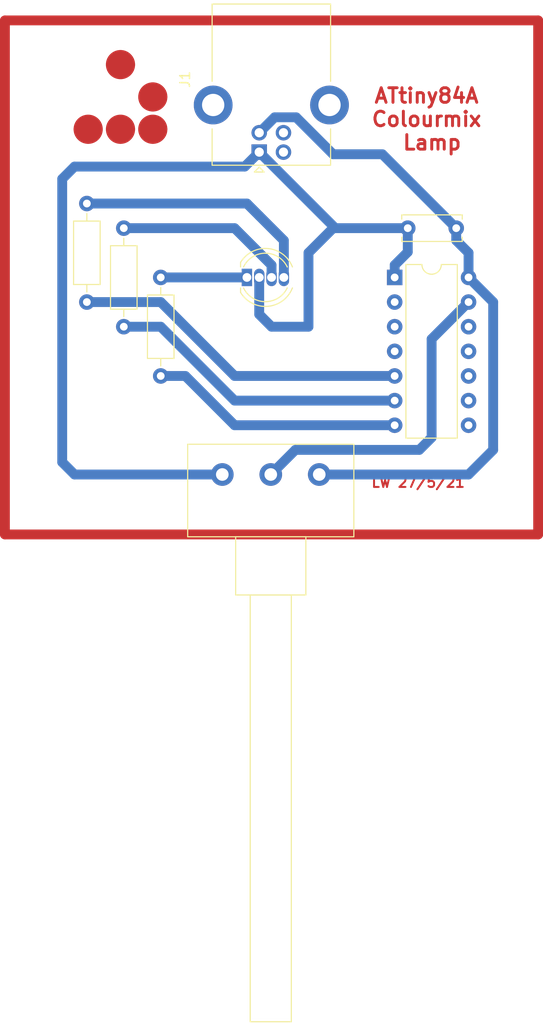
<source format=kicad_pcb>
(kicad_pcb (version 20171130) (host pcbnew "(5.1.9-0-10_14)")

  (general
    (thickness 1.6)
    (drawings 2)
    (tracks 57)
    (zones 0)
    (modules 13)
    (nets 21)
  )

  (page A4)
  (layers
    (0 F.Cu signal)
    (31 B.Cu signal)
    (32 B.Adhes user)
    (33 F.Adhes user)
    (34 B.Paste user)
    (35 F.Paste user)
    (36 B.SilkS user)
    (37 F.SilkS user)
    (38 B.Mask user)
    (39 F.Mask user)
    (40 Dwgs.User user)
    (41 Cmts.User user)
    (42 Eco1.User user)
    (43 Eco2.User user)
    (44 Edge.Cuts user)
    (45 Margin user)
    (46 B.CrtYd user)
    (47 F.CrtYd user)
    (48 B.Fab user)
    (49 F.Fab user)
  )

  (setup
    (last_trace_width 1.016)
    (user_trace_width 0.2032)
    (user_trace_width 0.254)
    (user_trace_width 0.3048)
    (user_trace_width 0.4572)
    (user_trace_width 0.6096)
    (user_trace_width 0.762)
    (user_trace_width 1.016)
    (trace_clearance 0.2)
    (zone_clearance 0.508)
    (zone_45_only no)
    (trace_min 0.2)
    (via_size 0.8)
    (via_drill 0.4)
    (via_min_size 0.4)
    (via_min_drill 0.3)
    (uvia_size 0.3)
    (uvia_drill 0.1)
    (uvias_allowed no)
    (uvia_min_size 0.2)
    (uvia_min_drill 0.1)
    (edge_width 0.05)
    (segment_width 0.2)
    (pcb_text_width 0.3)
    (pcb_text_size 1.5 1.5)
    (mod_edge_width 0.12)
    (mod_text_size 1 1)
    (mod_text_width 0.15)
    (pad_size 1.524 1.524)
    (pad_drill 0.762)
    (pad_to_mask_clearance 0)
    (aux_axis_origin 0 0)
    (visible_elements FFFFFF7F)
    (pcbplotparams
      (layerselection 0x00000_ffffffff)
      (usegerberextensions false)
      (usegerberattributes false)
      (usegerberadvancedattributes true)
      (creategerberjobfile false)
      (excludeedgelayer true)
      (linewidth 0.100000)
      (plotframeref false)
      (viasonmask false)
      (mode 1)
      (useauxorigin false)
      (hpglpennumber 1)
      (hpglpenspeed 20)
      (hpglpendiameter 15.000000)
      (psnegative false)
      (psa4output false)
      (plotreference true)
      (plotvalue true)
      (plotinvisibletext false)
      (padsonsilk false)
      (subtractmaskfromsilk false)
      (outputformat 1)
      (mirror false)
      (drillshape 0)
      (scaleselection 1)
      (outputdirectory "./"))
  )

  (net 0 "")
  (net 1 "Net-(D1-Pad1)")
  (net 2 "Net-(D1-Pad3)")
  (net 3 "Net-(D1-Pad4)")
  (net 4 "Net-(IC1-Pad8)")
  (net 5 "Net-(IC1-Pad2)")
  (net 6 "Net-(IC1-Pad9)")
  (net 7 "Net-(IC1-Pad3)")
  (net 8 "Net-(IC1-Pad10)")
  (net 9 "Net-(IC1-Pad4)")
  (net 10 "Net-(IC1-Pad11)")
  (net 11 "Net-(IC1-Pad5)")
  (net 12 "Net-(IC1-Pad12)")
  (net 13 "Net-(IC1-Pad6)")
  (net 14 "Net-(IC1-Pad13)")
  (net 15 "Net-(IC1-Pad7)")
  (net 16 "Net-(J1-Pad2)")
  (net 17 "Net-(J1-Pad3)")
  (net 18 GND)
  (net 19 +5V)
  (net 20 "Net-(J1-Pad5)")

  (net_class Default "This is the default net class."
    (clearance 0.2)
    (trace_width 0.25)
    (via_dia 0.8)
    (via_drill 0.4)
    (uvia_dia 0.3)
    (uvia_drill 0.1)
    (add_net +5V)
    (add_net GND)
    (add_net "Net-(D1-Pad1)")
    (add_net "Net-(D1-Pad3)")
    (add_net "Net-(D1-Pad4)")
    (add_net "Net-(IC1-Pad10)")
    (add_net "Net-(IC1-Pad11)")
    (add_net "Net-(IC1-Pad12)")
    (add_net "Net-(IC1-Pad13)")
    (add_net "Net-(IC1-Pad2)")
    (add_net "Net-(IC1-Pad3)")
    (add_net "Net-(IC1-Pad4)")
    (add_net "Net-(IC1-Pad5)")
    (add_net "Net-(IC1-Pad6)")
    (add_net "Net-(IC1-Pad7)")
    (add_net "Net-(IC1-Pad8)")
    (add_net "Net-(IC1-Pad9)")
    (add_net "Net-(J1-Pad2)")
    (add_net "Net-(J1-Pad3)")
    (add_net "Net-(J1-Pad5)")
  )

  (module MountingHole:MountingHole_2.7mm_M2.5 (layer F.Cu) (tedit 56D1B4CB) (tstamp 60B0CF78)
    (at 116.84 86.36)
    (descr "Mounting Hole 2.7mm, no annular, M2.5")
    (tags "mounting hole 2.7mm no annular m2.5")
    (attr virtual)
    (fp_text reference REF** (at 0 -3.7) (layer F.SilkS) hide
      (effects (font (size 1 1) (thickness 0.15)))
    )
    (fp_text value MountingHole_2.7mm_M2.5 (at 0 3.7) (layer F.Fab) hide
      (effects (font (size 1 1) (thickness 0.15)))
    )
    (fp_circle (center 0 0) (end 2.7 0) (layer Cmts.User) (width 0.15))
    (fp_circle (center 0 0) (end 2.95 0) (layer F.CrtYd) (width 0.05))
    (fp_text user %R (at 0.3 0) (layer F.Fab)
      (effects (font (size 1 1) (thickness 0.15)))
    )
    (pad 1 np_thru_hole circle (at 0 0) (size 2.7 2.7) (drill 2.7) (layers *.Cu *.Mask))
  )

  (module MountingHole:MountingHole_2.7mm_M2.5 (layer F.Cu) (tedit 56D1B4CB) (tstamp 60B0CF3D)
    (at 162.56 86.36)
    (descr "Mounting Hole 2.7mm, no annular, M2.5")
    (tags "mounting hole 2.7mm no annular m2.5")
    (attr virtual)
    (fp_text reference REF** (at 0 -3.7) (layer F.SilkS) hide
      (effects (font (size 1 1) (thickness 0.15)))
    )
    (fp_text value MountingHole_2.7mm_M2.5 (at 0 3.7) (layer F.Fab) hide
      (effects (font (size 1 1) (thickness 0.15)))
    )
    (fp_circle (center 0 0) (end 2.7 0) (layer Cmts.User) (width 0.15))
    (fp_circle (center 0 0) (end 2.95 0) (layer F.CrtYd) (width 0.05))
    (fp_text user %R (at 0.3 0) (layer F.Fab)
      (effects (font (size 1 1) (thickness 0.15)))
    )
    (pad 1 np_thru_hole circle (at 0 0) (size 2.7 2.7) (drill 2.7) (layers *.Cu *.Mask))
  )

  (module MountingHole:MountingHole_2.7mm_M2.5 (layer F.Cu) (tedit 56D1B4CB) (tstamp 60B0CEFB)
    (at 162.56 40.64)
    (descr "Mounting Hole 2.7mm, no annular, M2.5")
    (tags "mounting hole 2.7mm no annular m2.5")
    (attr virtual)
    (fp_text reference REF** (at 0 -3.7) (layer F.SilkS) hide
      (effects (font (size 1 1) (thickness 0.15)))
    )
    (fp_text value MountingHole_2.7mm_M2.5 (at 0 3.7) (layer F.Fab) hide
      (effects (font (size 1 1) (thickness 0.15)))
    )
    (fp_circle (center 0 0) (end 2.7 0) (layer Cmts.User) (width 0.15))
    (fp_circle (center 0 0) (end 2.95 0) (layer F.CrtYd) (width 0.05))
    (fp_text user %R (at 0.3 0) (layer F.Fab)
      (effects (font (size 1 1) (thickness 0.15)))
    )
    (pad 1 np_thru_hole circle (at 0 0) (size 2.7 2.7) (drill 2.7) (layers *.Cu *.Mask))
  )

  (module MountingHole:MountingHole_2.7mm_M2.5 (layer F.Cu) (tedit 56D1B4CB) (tstamp 60B0CEC0)
    (at 116.84 40.64)
    (descr "Mounting Hole 2.7mm, no annular, M2.5")
    (tags "mounting hole 2.7mm no annular m2.5")
    (attr virtual)
    (fp_text reference REF** (at 0 -3.7) (layer F.SilkS) hide
      (effects (font (size 1 1) (thickness 0.15)))
    )
    (fp_text value MountingHole_2.7mm_M2.5 (at 0 3.7) (layer F.Fab) hide
      (effects (font (size 1 1) (thickness 0.15)))
    )
    (fp_circle (center 0 0) (end 2.7 0) (layer Cmts.User) (width 0.15))
    (fp_circle (center 0 0) (end 2.95 0) (layer F.CrtYd) (width 0.05))
    (fp_text user %R (at 0.3 0) (layer F.Fab)
      (effects (font (size 1 1) (thickness 0.15)))
    )
    (pad 1 np_thru_hole circle (at 0 0) (size 2.7 2.7) (drill 2.7) (layers *.Cu *.Mask))
  )

  (module glider:10mmGlider (layer F.Cu) (tedit 60AFBD61) (tstamp 60B053E1)
    (at 124.12 44.89)
    (fp_text reference G*** (at 0 0) (layer F.SilkS) hide
      (effects (font (size 1.524 1.524) (thickness 0.3)))
    )
    (fp_text value LOGO (at 0.75 0) (layer F.SilkS) hide
      (effects (font (size 1.524 1.524) (thickness 0.3)))
    )
    (fp_poly (pts (xy -3.261319 1.834809) (xy -3.191201 1.839844) (xy -3.121252 1.848161) (xy -3.051587 1.859767)
      (xy -2.982323 1.87467) (xy -2.913576 1.892877) (xy -2.89814 1.897445) (xy -2.830782 1.919524)
      (xy -2.764804 1.944693) (xy -2.700227 1.97294) (xy -2.637071 2.004254) (xy -2.57536 2.038623)
      (xy -2.515113 2.076034) (xy -2.456352 2.116475) (xy -2.399099 2.159936) (xy -2.343376 2.206403)
      (xy -2.337769 2.211319) (xy -2.32752 2.220589) (xy -2.315482 2.231875) (xy -2.302114 2.244717)
      (xy -2.287878 2.258653) (xy -2.273231 2.273221) (xy -2.258635 2.287959) (xy -2.244549 2.302404)
      (xy -2.231433 2.316096) (xy -2.219746 2.328572) (xy -2.209949 2.339371) (xy -2.207275 2.342412)
      (xy -2.16072 2.398332) (xy -2.117243 2.45566) (xy -2.076828 2.514421) (xy -2.039461 2.57464)
      (xy -2.005129 2.636341) (xy -1.973816 2.699551) (xy -1.945509 2.764293) (xy -1.920192 2.830592)
      (xy -1.910831 2.857761) (xy -1.892467 2.916697) (xy -1.876666 2.976018) (xy -1.86334 3.03617)
      (xy -1.852401 3.097598) (xy -1.84376 3.160748) (xy -1.83733 3.226065) (xy -1.836949 3.23088)
      (xy -1.83635 3.240795) (xy -1.83585 3.253551) (xy -1.835449 3.26863) (xy -1.835147 3.285516)
      (xy -1.834944 3.303693) (xy -1.834841 3.322645) (xy -1.834836 3.341855) (xy -1.834931 3.360807)
      (xy -1.835125 3.378984) (xy -1.835419 3.395871) (xy -1.835812 3.41095) (xy -1.836305 3.423705)
      (xy -1.836897 3.433621) (xy -1.836933 3.43408) (xy -1.842134 3.489865) (xy -1.8487 3.543118)
      (xy -1.856739 3.594454) (xy -1.866362 3.644486) (xy -1.877678 3.693829) (xy -1.890795 3.743095)
      (xy -1.893973 3.75412) (xy -1.915458 3.821652) (xy -1.940039 3.887882) (xy -1.967651 3.952714)
      (xy -1.998227 4.016055) (xy -2.031701 4.07781) (xy -2.068005 4.137884) (xy -2.107074 4.196185)
      (xy -2.148842 4.252617) (xy -2.19324 4.307086) (xy -2.240204 4.359498) (xy -2.289666 4.409759)
      (xy -2.34156 4.457774) (xy -2.395819 4.50345) (xy -2.452377 4.546691) (xy -2.454366 4.548137)
      (xy -2.512529 4.588251) (xy -2.572439 4.625497) (xy -2.633971 4.659828) (xy -2.696998 4.691197)
      (xy -2.761395 4.719556) (xy -2.827037 4.744859) (xy -2.893796 4.767059) (xy -2.961549 4.786108)
      (xy -3.030169 4.801959) (xy -3.09953 4.814566) (xy -3.169507 4.823881) (xy -3.198707 4.82677)
      (xy -3.232627 4.829323) (xy -3.268447 4.831166) (xy -3.305152 4.83228) (xy -3.341725 4.832644)
      (xy -3.377149 4.83224) (xy -3.410409 4.831048) (xy -3.41376 4.830875) (xy -3.484092 4.82545)
      (xy -3.55397 4.816719) (xy -3.623264 4.804731) (xy -3.691845 4.789534) (xy -3.759581 4.771176)
      (xy -3.826344 4.749705) (xy -3.892001 4.725171) (xy -3.956425 4.697621) (xy -4.019483 4.667105)
      (xy -4.081047 4.633669) (xy -4.140986 4.597362) (xy -4.199169 4.558234) (xy -4.251113 4.519725)
      (xy -4.274238 4.50148) (xy -4.295839 4.483779) (xy -4.31655 4.46606) (xy -4.337006 4.447759)
      (xy -4.357838 4.428313) (xy -4.379682 4.40716) (xy -4.395964 4.390984) (xy -4.419099 4.367467)
      (xy -4.440127 4.34535) (xy -4.459627 4.323968) (xy -4.478177 4.302657) (xy -4.496354 4.280752)
      (xy -4.514737 4.257587) (xy -4.533904 4.232499) (xy -4.534871 4.231212) (xy -4.575963 4.17368)
      (xy -4.614129 4.114502) (xy -4.64934 4.053786) (xy -4.681569 3.991639) (xy -4.710785 3.928168)
      (xy -4.736961 3.86348) (xy -4.760068 3.797683) (xy -4.780078 3.730884) (xy -4.796962 3.66319)
      (xy -4.810692 3.594708) (xy -4.821238 3.525547) (xy -4.828573 3.455812) (xy -4.832668 3.385612)
      (xy -4.833495 3.315054) (xy -4.831024 3.244245) (xy -4.825228 3.173292) (xy -4.822548 3.1496)
      (xy -4.81245 3.080176) (xy -4.799047 3.01132) (xy -4.782396 2.94317) (xy -4.762553 2.875863)
      (xy -4.739572 2.809537) (xy -4.713508 2.744328) (xy -4.684419 2.680375) (xy -4.652358 2.617815)
      (xy -4.617381 2.556785) (xy -4.579544 2.497423) (xy -4.538902 2.439866) (xy -4.533378 2.432473)
      (xy -4.489072 2.376351) (xy -4.442377 2.322595) (xy -4.393364 2.271268) (xy -4.342104 2.222427)
      (xy -4.288668 2.176134) (xy -4.233129 2.132448) (xy -4.175557 2.09143) (xy -4.116024 2.05314)
      (xy -4.054601 2.017636) (xy -4.01574 1.997122) (xy -4.00288 1.990631) (xy -3.989521 1.983995)
      (xy -3.976383 1.977562) (xy -3.964186 1.971684) (xy -3.953648 1.96671) (xy -3.946375 1.963383)
      (xy -3.880923 1.935995) (xy -3.814484 1.911818) (xy -3.747173 1.890856) (xy -3.679108 1.873119)
      (xy -3.610402 1.858614) (xy -3.541172 1.847346) (xy -3.471533 1.839325) (xy -3.4016 1.834557)
      (xy -3.331491 1.833049) (xy -3.261319 1.834809)) (layer F.Cu) (width 0.01))
    (fp_poly (pts (xy 0.089734 1.835731) (xy 0.160511 1.841566) (xy 0.18288 1.844105) (xy 0.25249 1.854228)
      (xy 0.3215 1.867667) (xy 0.389814 1.884386) (xy 0.457338 1.904352) (xy 0.523976 1.927531)
      (xy 0.589632 1.953889) (xy 0.654212 1.983393) (xy 0.717622 2.016008) (xy 0.779764 2.0517)
      (xy 0.7997 2.063975) (xy 0.85493 2.100461) (xy 0.908979 2.139966) (xy 0.961617 2.182258)
      (xy 1.01261 2.227105) (xy 1.061726 2.274276) (xy 1.108735 2.323537) (xy 1.153403 2.374659)
      (xy 1.1955 2.427407) (xy 1.234792 2.481551) (xy 1.268505 2.53278) (xy 1.3014 2.587861)
      (xy 1.332179 2.644552) (xy 1.360522 2.702215) (xy 1.386112 2.76021) (xy 1.40258 2.80162)
      (xy 1.425974 2.868083) (xy 1.446154 2.9355) (xy 1.463111 3.003735) (xy 1.476839 3.072653)
      (xy 1.487328 3.142119) (xy 1.494571 3.211997) (xy 1.49856 3.282153) (xy 1.499288 3.352449)
      (xy 1.496746 3.422753) (xy 1.490927 3.492927) (xy 1.481823 3.562837) (xy 1.469426 3.632347)
      (xy 1.454503 3.69824) (xy 1.435568 3.767005) (xy 1.413559 3.834358) (xy 1.388473 3.900303)
      (xy 1.360306 3.964846) (xy 1.329058 4.02799) (xy 1.294725 4.089741) (xy 1.257305 4.150104)
      (xy 1.216794 4.209083) (xy 1.173191 4.266684) (xy 1.126493 4.322911) (xy 1.121172 4.329007)
      (xy 1.114199 4.336731) (xy 1.105194 4.346359) (xy 1.094583 4.357463) (xy 1.08279 4.369616)
      (xy 1.070242 4.382388) (xy 1.057362 4.395354) (xy 1.044577 4.408084) (xy 1.032311 4.420152)
      (xy 1.020989 4.43113) (xy 1.011038 4.44059) (xy 1.002881 4.448105) (xy 1.001929 4.448957)
      (xy 0.946972 4.495731) (xy 0.890301 4.539623) (xy 0.831991 4.5806) (xy 0.772114 4.618628)
      (xy 0.710744 4.653672) (xy 0.647955 4.685699) (xy 0.583818 4.714676) (xy 0.518409 4.740568)
      (xy 0.4518 4.763342) (xy 0.384064 4.782964) (xy 0.315276 4.7994) (xy 0.245508 4.812616)
      (xy 0.196427 4.819895) (xy 0.152577 4.824929) (xy 0.107122 4.828756) (xy 0.060968 4.83134)
      (xy 0.015025 4.832645) (xy -0.029802 4.832635) (xy -0.072604 4.831273) (xy -0.079587 4.830906)
      (xy -0.1514 4.825239) (xy -0.222385 4.816314) (xy -0.292462 4.804168) (xy -0.361551 4.788837)
      (xy -0.429571 4.770355) (xy -0.496442 4.74876) (xy -0.562083 4.724087) (xy -0.626415 4.696372)
      (xy -0.689357 4.66565) (xy -0.750828 4.631957) (xy -0.810749 4.59533) (xy -0.869039 4.555805)
      (xy -0.925618 4.513416) (xy -0.980405 4.4682) (xy -1.033321 4.420193) (xy -1.06172 4.39249)
      (xy -1.110873 4.340923) (xy -1.157335 4.287346) (xy -1.201059 4.231857) (xy -1.242 4.174552)
      (xy -1.280112 4.115529) (xy -1.31535 4.054885) (xy -1.347668 3.992719) (xy -1.37702 3.929128)
      (xy -1.403362 3.864208) (xy -1.426646 3.798058) (xy -1.446829 3.730775) (xy -1.463863 3.662457)
      (xy -1.477704 3.5932) (xy -1.488306 3.523103) (xy -1.494294 3.467947) (xy -1.49812 3.412973)
      (xy -1.49992 3.356359) (xy -1.499704 3.299099) (xy -1.497483 3.242185) (xy -1.493268 3.186611)
      (xy -1.490916 3.163993) (xy -1.481283 3.093612) (xy -1.468368 3.023983) (xy -1.452216 2.95521)
      (xy -1.432869 2.887394) (xy -1.410368 2.820638) (xy -1.384758 2.755043) (xy -1.35608 2.690713)
      (xy -1.324378 2.627748) (xy -1.289694 2.566252) (xy -1.25207 2.506326) (xy -1.21155 2.448073)
      (xy -1.168176 2.391595) (xy -1.168114 2.391518) (xy -1.133816 2.350689) (xy -1.096858 2.309878)
      (xy -1.057903 2.269755) (xy -1.017615 2.230987) (xy -0.976657 2.194244) (xy -0.950402 2.172103)
      (xy -0.894897 2.128657) (xy -0.83761 2.088053) (xy -0.778652 2.050321) (xy -0.718132 2.015493)
      (xy -0.656161 1.983602) (xy -0.59285 1.954679) (xy -0.528308 1.928756) (xy -0.462646 1.905866)
      (xy -0.395974 1.886039) (xy -0.328403 1.869309) (xy -0.260042 1.855706) (xy -0.191003 1.845264)
      (xy -0.121396 1.838013) (xy -0.05133 1.833986) (xy 0.019083 1.833214) (xy 0.089734 1.835731)) (layer F.Cu) (width 0.01))
    (fp_poly (pts (xy 3.401212 1.834595) (xy 3.470541 1.839348) (xy 3.539623 1.8473) (xy 3.608342 1.858448)
      (xy 3.676579 1.87279) (xy 3.744217 1.890325) (xy 3.811139 1.911052) (xy 3.877226 1.934967)
      (xy 3.942361 1.962069) (xy 3.988647 1.983575) (xy 4.051318 2.015878) (xy 4.112219 2.051024)
      (xy 4.171264 2.088923) (xy 4.22837 2.129482) (xy 4.28345 2.172607) (xy 4.336421 2.218205)
      (xy 4.387196 2.266185) (xy 4.435692 2.316454) (xy 4.481824 2.368918) (xy 4.525506 2.423485)
      (xy 4.566653 2.480063) (xy 4.605181 2.538558) (xy 4.641005 2.598878) (xy 4.674039 2.66093)
      (xy 4.7042 2.724621) (xy 4.731401 2.78986) (xy 4.734633 2.798233) (xy 4.758169 2.864478)
      (xy 4.77848 2.93162) (xy 4.795567 2.999529) (xy 4.809431 3.068074) (xy 4.820072 3.137124)
      (xy 4.827492 3.206548) (xy 4.831693 3.276215) (xy 4.832674 3.345993) (xy 4.830438 3.415753)
      (xy 4.824986 3.485362) (xy 4.816318 3.55469) (xy 4.804436 3.623606) (xy 4.78934 3.691978)
      (xy 4.771033 3.759677) (xy 4.749515 3.82657) (xy 4.725288 3.89128) (xy 4.717515 3.910426)
      (xy 4.710337 3.927575) (xy 4.703372 3.943565) (xy 4.696238 3.959235) (xy 4.688555 3.975424)
      (xy 4.679941 3.992973) (xy 4.671059 4.01066) (xy 4.637599 4.073032) (xy 4.601258 4.133681)
      (xy 4.562127 4.192499) (xy 4.520296 4.249379) (xy 4.475856 4.304212) (xy 4.428897 4.35689)
      (xy 4.37951 4.407305) (xy 4.327784 4.455349) (xy 4.273811 4.500914) (xy 4.235873 4.530426)
      (xy 4.195153 4.560179) (xy 4.155264 4.587487) (xy 4.115386 4.612864) (xy 4.074697 4.636821)
      (xy 4.032377 4.659871) (xy 4.01066 4.671059) (xy 3.970437 4.690791) (xy 3.931545 4.70854)
      (xy 3.892945 4.724744) (xy 3.853602 4.739841) (xy 3.821007 4.751379) (xy 3.756632 4.771895)
      (xy 3.69239 4.789326) (xy 3.627858 4.803753) (xy 3.562614 4.815258) (xy 3.496235 4.823922)
      (xy 3.4283 4.829826) (xy 3.407833 4.831057) (xy 3.39448 4.831621) (xy 3.378474 4.832038)
      (xy 3.360544 4.832309) (xy 3.341422 4.832434) (xy 3.321836 4.832414) (xy 3.302517 4.832251)
      (xy 3.284196 4.831944) (xy 3.267601 4.831495) (xy 3.253464 4.830905) (xy 3.252893 4.830875)
      (xy 3.182456 4.825441) (xy 3.112495 4.816696) (xy 3.043137 4.804687) (xy 2.974505 4.789462)
      (xy 2.906724 4.771069) (xy 2.839919 4.749554) (xy 2.774215 4.724965) (xy 2.709737 4.697351)
      (xy 2.646609 4.666757) (xy 2.584956 4.633233) (xy 2.524903 4.596825) (xy 2.466575 4.557581)
      (xy 2.410096 4.515548) (xy 2.396406 4.504711) (xy 2.341881 4.458885) (xy 2.289892 4.410869)
      (xy 2.24048 4.360761) (xy 2.193684 4.308662) (xy 2.149545 4.25467) (xy 2.108104 4.198883)
      (xy 2.069401 4.141403) (xy 2.033476 4.082326) (xy 2.00037 4.021754) (xy 1.970123 3.959784)
      (xy 1.942776 3.896515) (xy 1.918369 3.832048) (xy 1.896942 3.766481) (xy 1.878536 3.699914)
      (xy 1.863192 3.632444) (xy 1.850949 3.564173) (xy 1.841848 3.495198) (xy 1.835929 3.425618)
      (xy 1.833234 3.355534) (xy 1.833801 3.285044) (xy 1.837672 3.214247) (xy 1.844105 3.1496)
      (xy 1.854253 3.079774) (xy 1.867706 3.010633) (xy 1.88444 2.942245) (xy 1.904428 2.874684)
      (xy 1.927647 2.808018) (xy 1.95407 2.742318) (xy 1.983673 2.677656) (xy 2.01643 2.614102)
      (xy 2.052317 2.551727) (xy 2.063986 2.53278) (xy 2.100175 2.47796) (xy 2.139397 2.424255)
      (xy 2.18141 2.371904) (xy 2.225975 2.321147) (xy 2.272852 2.272225) (xy 2.3218 2.225377)
      (xy 2.372579 2.180844) (xy 2.424949 2.138866) (xy 2.478671 2.099682) (xy 2.53278 2.063986)
      (xy 2.563531 2.045293) (xy 2.595858 2.026656) (xy 2.628919 2.008525) (xy 2.661871 1.991353)
      (xy 2.693873 1.975593) (xy 2.720279 1.963383) (xy 2.785597 1.93605) (xy 2.851846 1.911934)
      (xy 2.918907 1.891033) (xy 2.986664 1.873346) (xy 3.054998 1.858869) (xy 3.123791 1.847603)
      (xy 3.192928 1.839544) (xy 3.262288 1.834691) (xy 3.331756 1.833042) (xy 3.401212 1.834595)) (layer F.Cu) (width 0.01))
    (fp_poly (pts (xy 3.410048 -1.498356) (xy 3.467947 -1.494294) (xy 3.538726 -1.486246) (xy 3.608659 -1.474943)
      (xy 3.67766 -1.460431) (xy 3.745642 -1.442755) (xy 3.81252 -1.42196) (xy 3.878207 -1.398092)
      (xy 3.942616 -1.371197) (xy 4.005662 -1.34132) (xy 4.067259 -1.308505) (xy 4.12732 -1.2728)
      (xy 4.185759 -1.234248) (xy 4.24249 -1.192897) (xy 4.297427 -1.14879) (xy 4.350483 -1.101974)
      (xy 4.401573 -1.052493) (xy 4.45061 -1.000394) (xy 4.489159 -0.955834) (xy 4.532595 -0.90104)
      (xy 4.573288 -0.844322) (xy 4.611196 -0.785802) (xy 4.646272 -0.725603) (xy 4.678475 -0.663847)
      (xy 4.707759 -0.600657) (xy 4.73408 -0.536156) (xy 4.757395 -0.470465) (xy 4.777658 -0.403708)
      (xy 4.794827 -0.336007) (xy 4.808857 -0.267485) (xy 4.819703 -0.198265) (xy 4.827322 -0.128468)
      (xy 4.83167 -0.058217) (xy 4.832763 -0.000847) (xy 4.831079 0.070549) (xy 4.826071 0.141467)
      (xy 4.817769 0.211811) (xy 4.806203 0.28148) (xy 4.791402 0.350379) (xy 4.773396 0.418407)
      (xy 4.752215 0.485468) (xy 4.727888 0.551463) (xy 4.700445 0.616294) (xy 4.669916 0.679863)
      (xy 4.63633 0.742071) (xy 4.599716 0.802821) (xy 4.58195 0.830122) (xy 4.545742 0.882136)
      (xy 4.507574 0.932347) (xy 4.466857 0.981519) (xy 4.448957 1.001929) (xy 4.441741 1.009808)
      (xy 4.432522 1.019539) (xy 4.421726 1.030699) (xy 4.409782 1.042861) (xy 4.397116 1.0556)
      (xy 4.384158 1.068492) (xy 4.371334 1.081111) (xy 4.359071 1.093032) (xy 4.347799 1.103829)
      (xy 4.337944 1.113079) (xy 4.329934 1.120355) (xy 4.329007 1.121172) (xy 4.27293 1.168211)
      (xy 4.215481 1.212153) (xy 4.156653 1.253004) (xy 4.096443 1.290764) (xy 4.034845 1.325436)
      (xy 3.971854 1.357023) (xy 3.907465 1.385528) (xy 3.841674 1.410952) (xy 3.774477 1.4333)
      (xy 3.705867 1.452572) (xy 3.69824 1.454503) (xy 3.643166 1.467255) (xy 3.588568 1.477754)
      (xy 3.533728 1.486099) (xy 3.477926 1.492391) (xy 3.420443 1.49673) (xy 3.381099 1.498577)
      (xy 3.367038 1.499082) (xy 3.355481 1.499469) (xy 3.345738 1.499737) (xy 3.337121 1.499885)
      (xy 3.32894 1.499914) (xy 3.320508 1.499824) (xy 3.311134 1.499613) (xy 3.30013 1.499281)
      (xy 3.286808 1.498829) (xy 3.278293 1.498531) (xy 3.207418 1.494355) (xy 3.137064 1.486847)
      (xy 3.067312 1.47603) (xy 2.998243 1.46193) (xy 2.929936 1.444572) (xy 2.862473 1.423979)
      (xy 2.795932 1.400177) (xy 2.730396 1.373192) (xy 2.665944 1.343046) (xy 2.602656 1.309766)
      (xy 2.540613 1.273377) (xy 2.53278 1.268505) (xy 2.477802 1.232197) (xy 2.423911 1.192849)
      (xy 2.371373 1.150703) (xy 2.320453 1.106004) (xy 2.271415 1.058996) (xy 2.224524 1.009923)
      (xy 2.180045 0.959028) (xy 2.138244 0.906556) (xy 2.134573 0.9017) (xy 2.093483 0.844319)
      (xy 2.055062 0.78498) (xy 2.019432 0.723901) (xy 1.986713 0.661302) (xy 1.957025 0.5974)
      (xy 1.930489 0.532413) (xy 1.929782 0.530552) (xy 1.906393 0.464112) (xy 1.886229 0.396756)
      (xy 1.869295 0.328613) (xy 1.855596 0.259812) (xy 1.845135 0.190483) (xy 1.837917 0.120754)
      (xy 1.833946 0.050756) (xy 1.833227 -0.019383) (xy 1.835763 -0.089534) (xy 1.84156 -0.159567)
      (xy 1.850621 -0.229353) (xy 1.862951 -0.298762) (xy 1.878554 -0.367666) (xy 1.897435 -0.435936)
      (xy 1.897464 -0.436033) (xy 1.919631 -0.503579) (xy 1.944862 -0.569684) (xy 1.973152 -0.63434)
      (xy 2.004495 -0.697536) (xy 2.038885 -0.759262) (xy 2.076318 -0.819508) (xy 2.116787 -0.878264)
      (xy 2.160287 -0.93552) (xy 2.206812 -0.991266) (xy 2.211319 -0.996405) (xy 2.220589 -1.006654)
      (xy 2.231875 -1.018692) (xy 2.244717 -1.032059) (xy 2.258653 -1.046296) (xy 2.273221 -1.060942)
      (xy 2.287959 -1.075538) (xy 2.302404 -1.089624) (xy 2.316096 -1.102741) (xy 2.328572 -1.114428)
      (xy 2.339371 -1.124225) (xy 2.342412 -1.126899) (xy 2.398394 -1.173489) (xy 2.455865 -1.217042)
      (xy 2.514817 -1.257553) (xy 2.575241 -1.295018) (xy 2.637131 -1.329433) (xy 2.700478 -1.360793)
      (xy 2.765273 -1.389094) (xy 2.83151 -1.414332) (xy 2.899179 -1.436502) (xy 2.923801 -1.443707)
      (xy 2.991329 -1.461109) (xy 3.05989 -1.47535) (xy 3.129252 -1.486406) (xy 3.199182 -1.494256)
      (xy 3.269447 -1.498879) (xy 3.339813 -1.500253) (xy 3.410048 -1.498356)) (layer F.Cu) (width 0.01))
    (fp_poly (pts (xy 0.089981 -4.830912) (xy 0.160802 -4.825056) (xy 0.18288 -4.822548) (xy 0.25224 -4.812456)
      (xy 0.321097 -4.799046) (xy 0.389314 -4.782367) (xy 0.456752 -4.762468) (xy 0.523273 -4.739398)
      (xy 0.58874 -4.713206) (xy 0.653013 -4.68394) (xy 0.715956 -4.651651) (xy 0.777429 -4.616386)
      (xy 0.795471 -4.605292) (xy 0.853433 -4.567109) (xy 0.909734 -4.52605) (xy 0.964215 -4.482272)
      (xy 1.016719 -4.435931) (xy 1.067089 -4.387187) (xy 1.115167 -4.336195) (xy 1.160796 -4.283113)
      (xy 1.203818 -4.2281) (xy 1.244076 -4.171311) (xy 1.271118 -4.129644) (xy 1.300914 -4.079733)
      (xy 1.329202 -4.027927) (xy 1.355588 -3.975014) (xy 1.379681 -3.921786) (xy 1.40109 -3.869031)
      (xy 1.402876 -3.864321) (xy 1.426355 -3.797275) (xy 1.446577 -3.729404) (xy 1.463539 -3.660828)
      (xy 1.477236 -3.591665) (xy 1.487665 -3.522035) (xy 1.494821 -3.452057) (xy 1.498701 -3.381849)
      (xy 1.499301 -3.31153) (xy 1.496616 -3.241221) (xy 1.490643 -3.171039) (xy 1.481378 -3.101103)
      (xy 1.468816 -3.031534) (xy 1.452955 -2.962448) (xy 1.435057 -2.89814) (xy 1.413014 -2.831063)
      (xy 1.387839 -2.765207) (xy 1.3596 -2.70068) (xy 1.328364 -2.63759) (xy 1.294197 -2.576043)
      (xy 1.257167 -2.516147) (xy 1.217341 -2.458008) (xy 1.174785 -2.401734) (xy 1.129567 -2.347431)
      (xy 1.081752 -2.295208) (xy 1.031409 -2.245171) (xy 1.021338 -2.23571) (xy 0.968236 -2.188571)
      (xy 0.913144 -2.144129) (xy 0.85617 -2.102435) (xy 0.797424 -2.063542) (xy 0.737011 -2.027501)
      (xy 0.675042 -1.994365) (xy 0.611623 -1.964185) (xy 0.546862 -1.937014) (xy 0.480869 -1.912903)
      (xy 0.41375 -1.891906) (xy 0.345614 -1.874073) (xy 0.27657 -1.859456) (xy 0.22098 -1.850148)
      (xy 0.202283 -1.84755) (xy 0.181295 -1.844922) (xy 0.159106 -1.842387) (xy 0.136808 -1.840067)
      (xy 0.115493 -1.838083) (xy 0.104987 -1.837211) (xy 0.096313 -1.836678) (xy 0.084781 -1.836197)
      (xy 0.070919 -1.835772) (xy 0.055255 -1.83541) (xy 0.038316 -1.835114) (xy 0.020631 -1.834889)
      (xy 0.002728 -1.83474) (xy -0.014866 -1.834671) (xy -0.031622 -1.834688) (xy -0.047012 -1.834794)
      (xy -0.060508 -1.834995) (xy -0.071583 -1.835295) (xy -0.077893 -1.835583) (xy -0.146046 -1.840899)
      (xy -0.212386 -1.848836) (xy -0.277342 -1.859479) (xy -0.341341 -1.872909) (xy -0.404814 -1.88921)
      (xy -0.46819 -1.908466) (xy -0.488527 -1.915268) (xy -0.554394 -1.939565) (xy -0.619004 -1.966981)
      (xy -0.682251 -1.997449) (xy -0.744029 -2.030902) (xy -0.804229 -2.067274) (xy -0.862747 -2.106497)
      (xy -0.919474 -2.148506) (xy -0.974305 -2.193232) (xy -1.027133 -2.24061) (xy -1.060862 -2.273312)
      (xy -1.110105 -2.324921) (xy -1.156647 -2.378525) (xy -1.200444 -2.43403) (xy -1.24145 -2.49134)
      (xy -1.279622 -2.550359) (xy -1.314913 -2.610992) (xy -1.34728 -2.673143) (xy -1.376677 -2.736717)
      (xy -1.40306 -2.801618) (xy -1.426384 -2.867751) (xy -1.446605 -2.93502) (xy -1.463677 -3.003329)
      (xy -1.477556 -3.072583) (xy -1.488197 -3.142687) (xy -1.494294 -3.198707) (xy -1.49812 -3.25368)
      (xy -1.49992 -3.310294) (xy -1.499704 -3.367555) (xy -1.497483 -3.424469) (xy -1.493268 -3.480043)
      (xy -1.490916 -3.50266) (xy -1.481282 -3.573049) (xy -1.468367 -3.642683) (xy -1.452215 -3.711459)
      (xy -1.432867 -3.779277) (xy -1.410366 -3.846034) (xy -1.384755 -3.911629) (xy -1.356076 -3.975959)
      (xy -1.324372 -4.038924) (xy -1.289685 -4.100421) (xy -1.252058 -4.160348) (xy -1.211533 -4.218605)
      (xy -1.168152 -4.275088) (xy -1.168114 -4.275135) (xy -1.133997 -4.315755) (xy -1.09723 -4.356376)
      (xy -1.058478 -4.396325) (xy -1.018411 -4.434929) (xy -0.977695 -4.471515) (xy -0.950581 -4.494403)
      (xy -0.895022 -4.537893) (xy -0.837689 -4.578537) (xy -0.778692 -4.616302) (xy -0.718141 -4.651156)
      (xy -0.656144 -4.68307) (xy -0.59281 -4.712009) (xy -0.52825 -4.737944) (xy -0.462572 -4.760842)
      (xy -0.395885 -4.780672) (xy -0.328299 -4.797402) (xy -0.259924 -4.811) (xy -0.190867 -4.821435)
      (xy -0.121239 -4.828676) (xy -0.051149 -4.832689) (xy 0.019294 -4.833445) (xy 0.089981 -4.830912)) (layer F.Cu) (width 0.01))
  )

  (module Connector_USB:USB_B_Lumberg_2411_02_Horizontal (layer F.Cu) (tedit 5E6EAC30) (tstamp 60A7E993)
    (at 138.43 50.58 90)
    (descr "USB 2.0 receptacle type B, horizontal version, through-hole, https://downloads.lumberg.com/datenblaetter/en/2411_02.pdf")
    (tags "USB B receptacle horizontal through-hole")
    (path /60A1ECFE)
    (fp_text reference J1 (at 7.5 -7.65 90) (layer F.SilkS)
      (effects (font (size 1 1) (thickness 0.15)))
    )
    (fp_text value USB_B (at 7.05 10.45 90) (layer F.Fab)
      (effects (font (size 1 1) (thickness 0.15)))
    )
    (fp_line (start -1.24 7.25) (end -1.24 -4.75) (layer F.Fab) (width 0.1))
    (fp_line (start -1.24 -4.75) (end 15.16 -4.75) (layer F.Fab) (width 0.1))
    (fp_line (start 15.16 -4.75) (end 15.16 7.25) (layer F.Fab) (width 0.1))
    (fp_line (start 15.16 7.25) (end -1.24 7.25) (layer F.Fab) (width 0.1))
    (fp_line (start -1.24 0.49) (end -0.75 0) (layer F.Fab) (width 0.1))
    (fp_line (start -0.75 0) (end -1.24 -0.49) (layer F.Fab) (width 0.1))
    (fp_line (start -1.35 7.36) (end -1.35 -4.86) (layer F.SilkS) (width 0.12))
    (fp_line (start -1.35 7.36) (end 2.4 7.36) (layer F.SilkS) (width 0.12))
    (fp_line (start -1.35 -4.86) (end 2.4 -4.86) (layer F.SilkS) (width 0.12))
    (fp_line (start 15.27 7.36) (end 15.27 -4.86) (layer F.SilkS) (width 0.12))
    (fp_line (start 15.27 -4.86) (end 7.3 -4.86) (layer F.SilkS) (width 0.12))
    (fp_line (start 15.27 7.36) (end 7.3 7.36) (layer F.SilkS) (width 0.12))
    (fp_line (start -1.55 0) (end -2.05 -0.5) (layer F.SilkS) (width 0.12))
    (fp_line (start -2.05 -0.5) (end -2.05 0.5) (layer F.SilkS) (width 0.12))
    (fp_line (start -2.05 0.5) (end -1.55 0) (layer F.SilkS) (width 0.12))
    (fp_line (start -1.74 9.75) (end 15.66 9.75) (layer F.CrtYd) (width 0.05))
    (fp_line (start 15.66 9.75) (end 15.66 -7.25) (layer F.CrtYd) (width 0.05))
    (fp_line (start 15.66 -7.25) (end -1.74 -7.25) (layer F.CrtYd) (width 0.05))
    (fp_line (start -1.74 -7.25) (end -1.74 9.75) (layer F.CrtYd) (width 0.05))
    (fp_text user %R (at 7.5 1.25 270) (layer F.Fab)
      (effects (font (size 1 1) (thickness 0.15)))
    )
    (pad 5 thru_hole circle (at 4.86 -4.75 180) (size 4 4) (drill 2.3) (layers *.Cu *.Mask)
      (net 20 "Net-(J1-Pad5)"))
    (pad 5 thru_hole circle (at 4.86 7.25 180) (size 4 4) (drill 2.3) (layers *.Cu *.Mask)
      (net 20 "Net-(J1-Pad5)"))
    (pad 4 thru_hole circle (at 2 0 180) (size 1.6 1.6) (drill 0.95) (layers *.Cu *.Mask)
      (net 18 GND))
    (pad 3 thru_hole circle (at 2 2.5 180) (size 1.6 1.6) (drill 0.95) (layers *.Cu *.Mask)
      (net 17 "Net-(J1-Pad3)"))
    (pad 2 thru_hole circle (at 0 2.5 180) (size 1.6 1.6) (drill 0.95) (layers *.Cu *.Mask)
      (net 16 "Net-(J1-Pad2)"))
    (pad 1 thru_hole rect (at 0 0 180) (size 1.6 1.6) (drill 0.95) (layers *.Cu *.Mask)
      (net 19 +5V))
    (model ${KISYS3DMOD}/Connector_USB.3dshapes/USB_B_Lumberg_2411_02_Horizontal.wrl
      (at (xyz 0 0 0))
      (scale (xyz 1 1 1))
      (rotate (xyz 0 0 0))
    )
  )

  (module Capacitor_THT:C_Disc_D6.0mm_W2.5mm_P5.00mm (layer F.Cu) (tedit 5AE50EF0) (tstamp 60A7E931)
    (at 158.75 58.42 180)
    (descr "C, Disc series, Radial, pin pitch=5.00mm, , diameter*width=6*2.5mm^2, Capacitor, http://cdn-reichelt.de/documents/datenblatt/B300/DS_KERKO_TC.pdf")
    (tags "C Disc series Radial pin pitch 5.00mm  diameter 6mm width 2.5mm Capacitor")
    (path /60A1E216)
    (fp_text reference C1 (at 2.5 -2.5) (layer F.SilkS) hide
      (effects (font (size 1 1) (thickness 0.15)))
    )
    (fp_text value 100nF (at 2.5 2.5) (layer F.Fab) hide
      (effects (font (size 1 1) (thickness 0.15)))
    )
    (fp_line (start -0.5 -1.25) (end -0.5 1.25) (layer F.Fab) (width 0.1))
    (fp_line (start -0.5 1.25) (end 5.5 1.25) (layer F.Fab) (width 0.1))
    (fp_line (start 5.5 1.25) (end 5.5 -1.25) (layer F.Fab) (width 0.1))
    (fp_line (start 5.5 -1.25) (end -0.5 -1.25) (layer F.Fab) (width 0.1))
    (fp_line (start -0.62 -1.37) (end 5.62 -1.37) (layer F.SilkS) (width 0.12))
    (fp_line (start -0.62 1.37) (end 5.62 1.37) (layer F.SilkS) (width 0.12))
    (fp_line (start -0.62 -1.37) (end -0.62 -0.925) (layer F.SilkS) (width 0.12))
    (fp_line (start -0.62 0.925) (end -0.62 1.37) (layer F.SilkS) (width 0.12))
    (fp_line (start 5.62 -1.37) (end 5.62 -0.925) (layer F.SilkS) (width 0.12))
    (fp_line (start 5.62 0.925) (end 5.62 1.37) (layer F.SilkS) (width 0.12))
    (fp_line (start -1.05 -1.5) (end -1.05 1.5) (layer F.CrtYd) (width 0.05))
    (fp_line (start -1.05 1.5) (end 6.05 1.5) (layer F.CrtYd) (width 0.05))
    (fp_line (start 6.05 1.5) (end 6.05 -1.5) (layer F.CrtYd) (width 0.05))
    (fp_line (start 6.05 -1.5) (end -1.05 -1.5) (layer F.CrtYd) (width 0.05))
    (fp_text user %R (at 2.5 0) (layer F.Fab)
      (effects (font (size 1 1) (thickness 0.15)))
    )
    (pad 1 thru_hole circle (at 0 0 180) (size 1.6 1.6) (drill 0.8) (layers *.Cu *.Mask)
      (net 18 GND))
    (pad 2 thru_hole circle (at 5 0 180) (size 1.6 1.6) (drill 0.8) (layers *.Cu *.Mask)
      (net 19 +5V))
    (model ${KISYS3DMOD}/Capacitor_THT.3dshapes/C_Disc_D6.0mm_W2.5mm_P5.00mm.wrl
      (at (xyz 0 0 0))
      (scale (xyz 1 1 1))
      (rotate (xyz 0 0 0))
    )
  )

  (module LED_THT:LED_D5.0mm-4_RGB (layer F.Cu) (tedit 5B74EEBE) (tstamp 60A7E947)
    (at 137.16 63.5)
    (descr "LED, diameter 5.0mm, 2 pins, diameter 5.0mm, 3 pins, diameter 5.0mm, 4 pins, http://www.kingbright.com/attachments/file/psearch/000/00/00/L-154A4SUREQBFZGEW(Ver.9A).pdf")
    (tags "LED diameter 5.0mm 2 pins diameter 5.0mm 3 pins diameter 5.0mm 4 pins RGB RGBLED")
    (path /60A17ACB)
    (fp_text reference D1 (at 1.905 -3.96) (layer F.SilkS) hide
      (effects (font (size 1 1) (thickness 0.15)))
    )
    (fp_text value LED_RGBA (at 1.905 3.96) (layer F.Fab) hide
      (effects (font (size 1 1) (thickness 0.15)))
    )
    (fp_circle (center 1.905 0) (end 4.405 0) (layer F.Fab) (width 0.1))
    (fp_line (start -0.595 -1.469694) (end -0.595 1.469694) (layer F.Fab) (width 0.1))
    (fp_line (start -0.655 -1.545) (end -0.655 -1.08) (layer F.SilkS) (width 0.12))
    (fp_line (start -0.655 1.08) (end -0.655 1.545) (layer F.SilkS) (width 0.12))
    (fp_line (start -1.35 -3.25) (end -1.35 3.25) (layer F.CrtYd) (width 0.05))
    (fp_line (start -1.35 3.25) (end 5.15 3.25) (layer F.CrtYd) (width 0.05))
    (fp_line (start 5.15 3.25) (end 5.15 -3.25) (layer F.CrtYd) (width 0.05))
    (fp_line (start 5.15 -3.25) (end -1.35 -3.25) (layer F.CrtYd) (width 0.05))
    (fp_arc (start 1.905 0) (end -0.595 -1.469694) (angle 299.1) (layer F.Fab) (width 0.1))
    (fp_arc (start 1.905 0) (end -0.655 -1.54483) (angle 127.7) (layer F.SilkS) (width 0.12))
    (fp_arc (start 1.905 0) (end -0.655 1.54483) (angle -127.7) (layer F.SilkS) (width 0.12))
    (fp_arc (start 1.905 0) (end -0.349684 -1.08) (angle 128.8) (layer F.SilkS) (width 0.12))
    (fp_arc (start 1.905 0) (end -0.349684 1.08) (angle -128.8) (layer F.SilkS) (width 0.12))
    (fp_text user %R (at 1.905 -3.96) (layer F.Fab)
      (effects (font (size 1 1) (thickness 0.15)))
    )
    (pad 1 thru_hole rect (at 0 0) (size 1.07 1.8) (drill 0.9) (layers *.Cu *.Mask)
      (net 1 "Net-(D1-Pad1)"))
    (pad 2 thru_hole oval (at 1.27 0) (size 1.07 1.8) (drill 0.9) (layers *.Cu *.Mask)
      (net 19 +5V))
    (pad 3 thru_hole oval (at 2.54 0) (size 1.07 1.8) (drill 0.9) (layers *.Cu *.Mask)
      (net 2 "Net-(D1-Pad3)"))
    (pad 4 thru_hole oval (at 3.81 0) (size 1.07 1.8) (drill 0.9) (layers *.Cu *.Mask)
      (net 3 "Net-(D1-Pad4)"))
    (model ${KISYS3DMOD}/LED_THT.3dshapes/LED_D5.0mm-4_RGB.wrl
      (at (xyz 0 0 0))
      (scale (xyz 1 1 1))
      (rotate (xyz 0 0 0))
    )
  )

  (module Package_DIP:DIP-14_W7.62mm (layer F.Cu) (tedit 5A02E8C5) (tstamp 60A7E969)
    (at 152.4 63.5)
    (descr "14-lead though-hole mounted DIP package, row spacing 7.62 mm (300 mils)")
    (tags "THT DIP DIL PDIP 2.54mm 7.62mm 300mil")
    (path /60A18BF9)
    (fp_text reference IC1 (at 3.81 -2.33) (layer F.SilkS) hide
      (effects (font (size 1 1) (thickness 0.15)))
    )
    (fp_text value ATtiny84A-PU (at 3.81 17.57) (layer F.Fab) hide
      (effects (font (size 1 1) (thickness 0.15)))
    )
    (fp_line (start 1.635 -1.27) (end 6.985 -1.27) (layer F.Fab) (width 0.1))
    (fp_line (start 6.985 -1.27) (end 6.985 16.51) (layer F.Fab) (width 0.1))
    (fp_line (start 6.985 16.51) (end 0.635 16.51) (layer F.Fab) (width 0.1))
    (fp_line (start 0.635 16.51) (end 0.635 -0.27) (layer F.Fab) (width 0.1))
    (fp_line (start 0.635 -0.27) (end 1.635 -1.27) (layer F.Fab) (width 0.1))
    (fp_line (start 2.81 -1.33) (end 1.16 -1.33) (layer F.SilkS) (width 0.12))
    (fp_line (start 1.16 -1.33) (end 1.16 16.57) (layer F.SilkS) (width 0.12))
    (fp_line (start 1.16 16.57) (end 6.46 16.57) (layer F.SilkS) (width 0.12))
    (fp_line (start 6.46 16.57) (end 6.46 -1.33) (layer F.SilkS) (width 0.12))
    (fp_line (start 6.46 -1.33) (end 4.81 -1.33) (layer F.SilkS) (width 0.12))
    (fp_line (start -1.1 -1.55) (end -1.1 16.8) (layer F.CrtYd) (width 0.05))
    (fp_line (start -1.1 16.8) (end 8.7 16.8) (layer F.CrtYd) (width 0.05))
    (fp_line (start 8.7 16.8) (end 8.7 -1.55) (layer F.CrtYd) (width 0.05))
    (fp_line (start 8.7 -1.55) (end -1.1 -1.55) (layer F.CrtYd) (width 0.05))
    (fp_arc (start 3.81 -1.33) (end 2.81 -1.33) (angle -180) (layer F.SilkS) (width 0.12))
    (fp_text user %R (at 3.81 7.62) (layer F.Fab)
      (effects (font (size 1 1) (thickness 0.15)))
    )
    (pad 1 thru_hole rect (at 0 0) (size 1.6 1.6) (drill 0.8) (layers *.Cu *.Mask)
      (net 19 +5V))
    (pad 8 thru_hole oval (at 7.62 15.24) (size 1.6 1.6) (drill 0.8) (layers *.Cu *.Mask)
      (net 4 "Net-(IC1-Pad8)"))
    (pad 2 thru_hole oval (at 0 2.54) (size 1.6 1.6) (drill 0.8) (layers *.Cu *.Mask)
      (net 5 "Net-(IC1-Pad2)"))
    (pad 9 thru_hole oval (at 7.62 12.7) (size 1.6 1.6) (drill 0.8) (layers *.Cu *.Mask)
      (net 6 "Net-(IC1-Pad9)"))
    (pad 3 thru_hole oval (at 0 5.08) (size 1.6 1.6) (drill 0.8) (layers *.Cu *.Mask)
      (net 7 "Net-(IC1-Pad3)"))
    (pad 10 thru_hole oval (at 7.62 10.16) (size 1.6 1.6) (drill 0.8) (layers *.Cu *.Mask)
      (net 8 "Net-(IC1-Pad10)"))
    (pad 4 thru_hole oval (at 0 7.62) (size 1.6 1.6) (drill 0.8) (layers *.Cu *.Mask)
      (net 9 "Net-(IC1-Pad4)"))
    (pad 11 thru_hole oval (at 7.62 7.62) (size 1.6 1.6) (drill 0.8) (layers *.Cu *.Mask)
      (net 10 "Net-(IC1-Pad11)"))
    (pad 5 thru_hole oval (at 0 10.16) (size 1.6 1.6) (drill 0.8) (layers *.Cu *.Mask)
      (net 11 "Net-(IC1-Pad5)"))
    (pad 12 thru_hole oval (at 7.62 5.08) (size 1.6 1.6) (drill 0.8) (layers *.Cu *.Mask)
      (net 12 "Net-(IC1-Pad12)"))
    (pad 6 thru_hole oval (at 0 12.7) (size 1.6 1.6) (drill 0.8) (layers *.Cu *.Mask)
      (net 13 "Net-(IC1-Pad6)"))
    (pad 13 thru_hole oval (at 7.62 2.54) (size 1.6 1.6) (drill 0.8) (layers *.Cu *.Mask)
      (net 14 "Net-(IC1-Pad13)"))
    (pad 7 thru_hole oval (at 0 15.24) (size 1.6 1.6) (drill 0.8) (layers *.Cu *.Mask)
      (net 15 "Net-(IC1-Pad7)"))
    (pad 14 thru_hole oval (at 7.62 0) (size 1.6 1.6) (drill 0.8) (layers *.Cu *.Mask)
      (net 18 GND))
    (model ${KISYS3DMOD}/Package_DIP.3dshapes/DIP-14_W7.62mm.wrl
      (at (xyz 0 0 0))
      (scale (xyz 1 1 1))
      (rotate (xyz 0 0 0))
    )
  )

  (module Resistor_THT:R_Axial_DIN0207_L6.3mm_D2.5mm_P10.16mm_Horizontal (layer F.Cu) (tedit 5AE5139B) (tstamp 60A7E9AA)
    (at 128.27 63.5 270)
    (descr "Resistor, Axial_DIN0207 series, Axial, Horizontal, pin pitch=10.16mm, 0.25W = 1/4W, length*diameter=6.3*2.5mm^2, http://cdn-reichelt.de/documents/datenblatt/B400/1_4W%23YAG.pdf")
    (tags "Resistor Axial_DIN0207 series Axial Horizontal pin pitch 10.16mm 0.25W = 1/4W length 6.3mm diameter 2.5mm")
    (path /60A2824F)
    (fp_text reference R1 (at 5.08 -2.37 90) (layer F.SilkS) hide
      (effects (font (size 1 1) (thickness 0.15)))
    )
    (fp_text value 150R (at 5.08 2.37 90) (layer F.Fab) hide
      (effects (font (size 1 1) (thickness 0.15)))
    )
    (fp_line (start 11.21 -1.5) (end -1.05 -1.5) (layer F.CrtYd) (width 0.05))
    (fp_line (start 11.21 1.5) (end 11.21 -1.5) (layer F.CrtYd) (width 0.05))
    (fp_line (start -1.05 1.5) (end 11.21 1.5) (layer F.CrtYd) (width 0.05))
    (fp_line (start -1.05 -1.5) (end -1.05 1.5) (layer F.CrtYd) (width 0.05))
    (fp_line (start 9.12 0) (end 8.35 0) (layer F.SilkS) (width 0.12))
    (fp_line (start 1.04 0) (end 1.81 0) (layer F.SilkS) (width 0.12))
    (fp_line (start 8.35 -1.37) (end 1.81 -1.37) (layer F.SilkS) (width 0.12))
    (fp_line (start 8.35 1.37) (end 8.35 -1.37) (layer F.SilkS) (width 0.12))
    (fp_line (start 1.81 1.37) (end 8.35 1.37) (layer F.SilkS) (width 0.12))
    (fp_line (start 1.81 -1.37) (end 1.81 1.37) (layer F.SilkS) (width 0.12))
    (fp_line (start 10.16 0) (end 8.23 0) (layer F.Fab) (width 0.1))
    (fp_line (start 0 0) (end 1.93 0) (layer F.Fab) (width 0.1))
    (fp_line (start 8.23 -1.25) (end 1.93 -1.25) (layer F.Fab) (width 0.1))
    (fp_line (start 8.23 1.25) (end 8.23 -1.25) (layer F.Fab) (width 0.1))
    (fp_line (start 1.93 1.25) (end 8.23 1.25) (layer F.Fab) (width 0.1))
    (fp_line (start 1.93 -1.25) (end 1.93 1.25) (layer F.Fab) (width 0.1))
    (fp_text user %R (at 5.08 0 90) (layer F.Fab)
      (effects (font (size 1 1) (thickness 0.15)))
    )
    (pad 2 thru_hole oval (at 10.16 0 270) (size 1.6 1.6) (drill 0.8) (layers *.Cu *.Mask)
      (net 15 "Net-(IC1-Pad7)"))
    (pad 1 thru_hole circle (at 0 0 270) (size 1.6 1.6) (drill 0.8) (layers *.Cu *.Mask)
      (net 1 "Net-(D1-Pad1)"))
    (model ${KISYS3DMOD}/Resistor_THT.3dshapes/R_Axial_DIN0207_L6.3mm_D2.5mm_P10.16mm_Horizontal.wrl
      (at (xyz 0 0 0))
      (scale (xyz 1 1 1))
      (rotate (xyz 0 0 0))
    )
  )

  (module Resistor_THT:R_Axial_DIN0207_L6.3mm_D2.5mm_P10.16mm_Horizontal (layer F.Cu) (tedit 5AE5139B) (tstamp 60A7E9C1)
    (at 124.46 58.42 270)
    (descr "Resistor, Axial_DIN0207 series, Axial, Horizontal, pin pitch=10.16mm, 0.25W = 1/4W, length*diameter=6.3*2.5mm^2, http://cdn-reichelt.de/documents/datenblatt/B400/1_4W%23YAG.pdf")
    (tags "Resistor Axial_DIN0207 series Axial Horizontal pin pitch 10.16mm 0.25W = 1/4W length 6.3mm diameter 2.5mm")
    (path /60A28DFC)
    (fp_text reference R2 (at 5.08 -2.37 90) (layer F.SilkS) hide
      (effects (font (size 1 1) (thickness 0.15)))
    )
    (fp_text value 100R (at 5.08 2.37 90) (layer F.Fab) hide
      (effects (font (size 1 1) (thickness 0.15)))
    )
    (fp_line (start 1.93 -1.25) (end 1.93 1.25) (layer F.Fab) (width 0.1))
    (fp_line (start 1.93 1.25) (end 8.23 1.25) (layer F.Fab) (width 0.1))
    (fp_line (start 8.23 1.25) (end 8.23 -1.25) (layer F.Fab) (width 0.1))
    (fp_line (start 8.23 -1.25) (end 1.93 -1.25) (layer F.Fab) (width 0.1))
    (fp_line (start 0 0) (end 1.93 0) (layer F.Fab) (width 0.1))
    (fp_line (start 10.16 0) (end 8.23 0) (layer F.Fab) (width 0.1))
    (fp_line (start 1.81 -1.37) (end 1.81 1.37) (layer F.SilkS) (width 0.12))
    (fp_line (start 1.81 1.37) (end 8.35 1.37) (layer F.SilkS) (width 0.12))
    (fp_line (start 8.35 1.37) (end 8.35 -1.37) (layer F.SilkS) (width 0.12))
    (fp_line (start 8.35 -1.37) (end 1.81 -1.37) (layer F.SilkS) (width 0.12))
    (fp_line (start 1.04 0) (end 1.81 0) (layer F.SilkS) (width 0.12))
    (fp_line (start 9.12 0) (end 8.35 0) (layer F.SilkS) (width 0.12))
    (fp_line (start -1.05 -1.5) (end -1.05 1.5) (layer F.CrtYd) (width 0.05))
    (fp_line (start -1.05 1.5) (end 11.21 1.5) (layer F.CrtYd) (width 0.05))
    (fp_line (start 11.21 1.5) (end 11.21 -1.5) (layer F.CrtYd) (width 0.05))
    (fp_line (start 11.21 -1.5) (end -1.05 -1.5) (layer F.CrtYd) (width 0.05))
    (fp_text user %R (at 5.08 0 270) (layer F.Fab)
      (effects (font (size 1 1) (thickness 0.15)))
    )
    (pad 1 thru_hole circle (at 0 0 270) (size 1.6 1.6) (drill 0.8) (layers *.Cu *.Mask)
      (net 2 "Net-(D1-Pad3)"))
    (pad 2 thru_hole oval (at 10.16 0 270) (size 1.6 1.6) (drill 0.8) (layers *.Cu *.Mask)
      (net 13 "Net-(IC1-Pad6)"))
    (model ${KISYS3DMOD}/Resistor_THT.3dshapes/R_Axial_DIN0207_L6.3mm_D2.5mm_P10.16mm_Horizontal.wrl
      (at (xyz 0 0 0))
      (scale (xyz 1 1 1))
      (rotate (xyz 0 0 0))
    )
  )

  (module Resistor_THT:R_Axial_DIN0207_L6.3mm_D2.5mm_P10.16mm_Horizontal (layer F.Cu) (tedit 5AE5139B) (tstamp 60A7E9D8)
    (at 120.65 55.88 270)
    (descr "Resistor, Axial_DIN0207 series, Axial, Horizontal, pin pitch=10.16mm, 0.25W = 1/4W, length*diameter=6.3*2.5mm^2, http://cdn-reichelt.de/documents/datenblatt/B400/1_4W%23YAG.pdf")
    (tags "Resistor Axial_DIN0207 series Axial Horizontal pin pitch 10.16mm 0.25W = 1/4W length 6.3mm diameter 2.5mm")
    (path /60A2919C)
    (fp_text reference R3 (at 5.08 -2.37 90) (layer F.SilkS) hide
      (effects (font (size 1 1) (thickness 0.15)))
    )
    (fp_text value 100R (at 5.08 2.37 90) (layer F.Fab) hide
      (effects (font (size 1 1) (thickness 0.15)))
    )
    (fp_line (start 1.93 -1.25) (end 1.93 1.25) (layer F.Fab) (width 0.1))
    (fp_line (start 1.93 1.25) (end 8.23 1.25) (layer F.Fab) (width 0.1))
    (fp_line (start 8.23 1.25) (end 8.23 -1.25) (layer F.Fab) (width 0.1))
    (fp_line (start 8.23 -1.25) (end 1.93 -1.25) (layer F.Fab) (width 0.1))
    (fp_line (start 0 0) (end 1.93 0) (layer F.Fab) (width 0.1))
    (fp_line (start 10.16 0) (end 8.23 0) (layer F.Fab) (width 0.1))
    (fp_line (start 1.81 -1.37) (end 1.81 1.37) (layer F.SilkS) (width 0.12))
    (fp_line (start 1.81 1.37) (end 8.35 1.37) (layer F.SilkS) (width 0.12))
    (fp_line (start 8.35 1.37) (end 8.35 -1.37) (layer F.SilkS) (width 0.12))
    (fp_line (start 8.35 -1.37) (end 1.81 -1.37) (layer F.SilkS) (width 0.12))
    (fp_line (start 1.04 0) (end 1.81 0) (layer F.SilkS) (width 0.12))
    (fp_line (start 9.12 0) (end 8.35 0) (layer F.SilkS) (width 0.12))
    (fp_line (start -1.05 -1.5) (end -1.05 1.5) (layer F.CrtYd) (width 0.05))
    (fp_line (start -1.05 1.5) (end 11.21 1.5) (layer F.CrtYd) (width 0.05))
    (fp_line (start 11.21 1.5) (end 11.21 -1.5) (layer F.CrtYd) (width 0.05))
    (fp_line (start 11.21 -1.5) (end -1.05 -1.5) (layer F.CrtYd) (width 0.05))
    (fp_text user %R (at 5.08 0 270) (layer F.Fab)
      (effects (font (size 1 1) (thickness 0.15)))
    )
    (pad 1 thru_hole circle (at 0 0 270) (size 1.6 1.6) (drill 0.8) (layers *.Cu *.Mask)
      (net 3 "Net-(D1-Pad4)"))
    (pad 2 thru_hole oval (at 10.16 0 270) (size 1.6 1.6) (drill 0.8) (layers *.Cu *.Mask)
      (net 11 "Net-(IC1-Pad5)"))
    (model ${KISYS3DMOD}/Resistor_THT.3dshapes/R_Axial_DIN0207_L6.3mm_D2.5mm_P10.16mm_Horizontal.wrl
      (at (xyz 0 0 0))
      (scale (xyz 1 1 1))
      (rotate (xyz 0 0 0))
    )
  )

  (module Potentiometer_THT:Potentiometer_Omeg_PC16BU_Horizontal (layer F.Cu) (tedit 5A3D4993) (tstamp 60A7E9FC)
    (at 134.62 83.82 270)
    (descr "Potentiometer, horizontal, Omeg PC16BU, http://www.omeg.co.uk/pc6bubrc.htm")
    (tags "Potentiometer horizontal Omeg PC16BU")
    (path /60A1C6A6)
    (fp_text reference RV1 (at 0 -14.7 90) (layer F.SilkS) hide
      (effects (font (size 1 1) (thickness 0.15)))
    )
    (fp_text value "10K POT" (at 0 4.7 90) (layer F.Fab)
      (effects (font (size 1 1) (thickness 0.15)))
    )
    (fp_line (start -3 -13.45) (end -3 3.45) (layer F.Fab) (width 0.1))
    (fp_line (start -3 3.45) (end 6.3 3.45) (layer F.Fab) (width 0.1))
    (fp_line (start 6.3 3.45) (end 6.3 -13.45) (layer F.Fab) (width 0.1))
    (fp_line (start 6.3 -13.45) (end -3 -13.45) (layer F.Fab) (width 0.1))
    (fp_line (start 6.3 -8.5) (end 6.3 -1.5) (layer F.Fab) (width 0.1))
    (fp_line (start 6.3 -1.5) (end 12.3 -1.5) (layer F.Fab) (width 0.1))
    (fp_line (start 12.3 -1.5) (end 12.3 -8.5) (layer F.Fab) (width 0.1))
    (fp_line (start 12.3 -8.5) (end 6.3 -8.5) (layer F.Fab) (width 0.1))
    (fp_line (start 12.3 -7) (end 12.3 -3) (layer F.Fab) (width 0.1))
    (fp_line (start 12.3 -3) (end 56.3 -3) (layer F.Fab) (width 0.1))
    (fp_line (start 56.3 -3) (end 56.3 -7) (layer F.Fab) (width 0.1))
    (fp_line (start 56.3 -7) (end 12.3 -7) (layer F.Fab) (width 0.1))
    (fp_line (start -3.121 -13.57) (end 6.42 -13.57) (layer F.SilkS) (width 0.12))
    (fp_line (start -3.121 3.57) (end 6.42 3.57) (layer F.SilkS) (width 0.12))
    (fp_line (start -3.121 -13.57) (end -3.121 3.57) (layer F.SilkS) (width 0.12))
    (fp_line (start 6.42 -13.57) (end 6.42 3.57) (layer F.SilkS) (width 0.12))
    (fp_line (start 6.42 -8.62) (end 12.42 -8.62) (layer F.SilkS) (width 0.12))
    (fp_line (start 6.42 -1.38) (end 12.42 -1.38) (layer F.SilkS) (width 0.12))
    (fp_line (start 6.42 -8.62) (end 6.42 -1.38) (layer F.SilkS) (width 0.12))
    (fp_line (start 12.42 -8.62) (end 12.42 -1.38) (layer F.SilkS) (width 0.12))
    (fp_line (start 12.42 -7.12) (end 56.42 -7.12) (layer F.SilkS) (width 0.12))
    (fp_line (start 12.42 -2.88) (end 56.42 -2.88) (layer F.SilkS) (width 0.12))
    (fp_line (start 12.42 -7.12) (end 12.42 -2.88) (layer F.SilkS) (width 0.12))
    (fp_line (start 56.42 -7.12) (end 56.42 -2.88) (layer F.SilkS) (width 0.12))
    (fp_line (start -3.3 -13.7) (end -3.3 3.7) (layer F.CrtYd) (width 0.05))
    (fp_line (start -3.3 3.7) (end 56.55 3.7) (layer F.CrtYd) (width 0.05))
    (fp_line (start 56.55 3.7) (end 56.55 -13.7) (layer F.CrtYd) (width 0.05))
    (fp_line (start 56.55 -13.7) (end -3.3 -13.7) (layer F.CrtYd) (width 0.05))
    (fp_text user %R (at 1.65 -5 90) (layer F.Fab)
      (effects (font (size 1 1) (thickness 0.15)))
    )
    (pad 3 thru_hole circle (at 0 -10 270) (size 2.34 2.34) (drill 1.3) (layers *.Cu *.Mask)
      (net 18 GND))
    (pad 2 thru_hole circle (at 0 -5 270) (size 2.34 2.34) (drill 1.3) (layers *.Cu *.Mask)
      (net 14 "Net-(IC1-Pad13)"))
    (pad 1 thru_hole circle (at 0 0 270) (size 2.34 2.34) (drill 1.3) (layers *.Cu *.Mask)
      (net 19 +5V))
    (model ${KISYS3DMOD}/Potentiometer_THT.3dshapes/Potentiometer_Omeg_PC16BU_Horizontal.wrl
      (at (xyz 0 0 0))
      (scale (xyz 1 1 1))
      (rotate (xyz 0 0 0))
    )
  )

  (gr_text "LW 27/5/21" (at 154.82 84.65) (layer F.Cu)
    (effects (font (size 1 1) (thickness 0.2)))
  )
  (gr_text "ATtiny84A \nColourmix \nLamp\n" (at 156.26 47.18) (layer F.Cu)
    (effects (font (size 1.5 1.5) (thickness 0.3)))
  )

  (segment (start 112.2 37) (end 167.2 37) (width 1.016) (layer F.Cu) (net 0))
  (segment (start 167.2 37) (end 167.2 90) (width 1.016) (layer F.Cu) (net 0))
  (segment (start 167.2 90) (end 112.2 90) (width 1.016) (layer F.Cu) (net 0))
  (segment (start 112.2 90) (end 112.2 37) (width 1.016) (layer F.Cu) (net 0))
  (segment (start 128.27 63.5) (end 137.16 63.5) (width 1.016) (layer B.Cu) (net 1))
  (segment (start 124.46 58.42) (end 135.89 58.42) (width 1.016) (layer B.Cu) (net 2))
  (segment (start 135.89 58.42) (end 139.7 62.23) (width 1.016) (layer B.Cu) (net 2))
  (segment (start 139.7 62.23) (end 139.7 63.5) (width 1.016) (layer B.Cu) (net 2))
  (segment (start 138.43 57.15) (end 140.97 59.69) (width 1.016) (layer B.Cu) (net 3))
  (segment (start 120.65 55.88) (end 137.16 55.88) (width 1.016) (layer B.Cu) (net 3))
  (segment (start 137.16 55.88) (end 138.43 57.15) (width 1.016) (layer B.Cu) (net 3))
  (segment (start 140.97 59.69) (end 140.97 63.5) (width 1.016) (layer B.Cu) (net 3))
  (segment (start 135.89 73.66) (end 128.27 66.04) (width 1.016) (layer B.Cu) (net 11))
  (segment (start 152.4 73.66) (end 135.89 73.66) (width 1.016) (layer B.Cu) (net 11))
  (segment (start 120.65 66.04) (end 128.27 66.04) (width 1.016) (layer B.Cu) (net 11))
  (segment (start 135.89 76.2) (end 152.4 76.2) (width 1.016) (layer B.Cu) (net 13))
  (segment (start 128.27 68.58) (end 135.89 76.2) (width 1.016) (layer B.Cu) (net 13))
  (segment (start 124.46 68.58) (end 128.27 68.58) (width 1.016) (layer B.Cu) (net 13))
  (segment (start 160.02 66.04) (end 156.21 69.85) (width 1.016) (layer B.Cu) (net 14))
  (segment (start 156.21 69.85) (end 156.21 80.01) (width 1.016) (layer B.Cu) (net 14))
  (segment (start 156.21 80.01) (end 154.94 81.28) (width 1.016) (layer B.Cu) (net 14))
  (segment (start 142.16 81.28) (end 139.62 83.82) (width 1.016) (layer B.Cu) (net 14))
  (segment (start 154.94 81.28) (end 142.16 81.28) (width 1.016) (layer B.Cu) (net 14))
  (segment (start 128.27 73.66) (end 130.81 73.66) (width 1.016) (layer B.Cu) (net 15))
  (segment (start 135.89 78.74) (end 152.4 78.74) (width 1.016) (layer B.Cu) (net 15))
  (segment (start 130.81 73.66) (end 135.89 78.74) (width 1.016) (layer B.Cu) (net 15))
  (segment (start 158.75 58.42) (end 158.75 59.69) (width 1.016) (layer B.Cu) (net 18))
  (segment (start 160.02 60.96) (end 160.02 63.5) (width 1.016) (layer B.Cu) (net 18))
  (segment (start 158.75 59.69) (end 160.02 60.96) (width 1.016) (layer B.Cu) (net 18))
  (segment (start 140.02 46.99) (end 138.43 48.58) (width 1.016) (layer B.Cu) (net 18))
  (segment (start 142.24 46.99) (end 140.02 46.99) (width 1.016) (layer B.Cu) (net 18))
  (segment (start 158.75 58.42) (end 151.13 50.8) (width 1.016) (layer B.Cu) (net 18))
  (segment (start 151.13 50.8) (end 146.05 50.8) (width 1.016) (layer B.Cu) (net 18))
  (segment (start 146.05 50.8) (end 142.24 46.99) (width 1.016) (layer B.Cu) (net 18))
  (segment (start 160.02 63.5) (end 162.56 66.04) (width 1.016) (layer B.Cu) (net 18))
  (segment (start 162.56 66.04) (end 162.56 81.28) (width 1.016) (layer B.Cu) (net 18))
  (segment (start 160.02 83.82) (end 144.62 83.82) (width 1.016) (layer B.Cu) (net 18))
  (segment (start 162.56 81.28) (end 160.02 83.82) (width 1.016) (layer B.Cu) (net 18))
  (segment (start 153.75 58.42) (end 153.75 59.61) (width 0.762) (layer B.Cu) (net 19))
  (segment (start 153.75 58.42) (end 153.75 60.88) (width 1.016) (layer B.Cu) (net 19))
  (segment (start 152.4 62.23) (end 152.4 63.5) (width 1.016) (layer B.Cu) (net 19))
  (segment (start 153.75 60.88) (end 152.4 62.23) (width 1.016) (layer B.Cu) (net 19))
  (segment (start 146.27 58.42) (end 138.43 50.58) (width 1.016) (layer B.Cu) (net 19))
  (segment (start 153.75 58.42) (end 146.27 58.42) (width 1.016) (layer B.Cu) (net 19))
  (segment (start 146.05 58.2) (end 138.43 50.58) (width 0.762) (layer B.Cu) (net 19))
  (segment (start 118.11 53.34) (end 119.38 52.07) (width 1.016) (layer B.Cu) (net 19))
  (segment (start 118.11 82.55) (end 118.11 53.34) (width 1.016) (layer B.Cu) (net 19))
  (segment (start 136.94 52.07) (end 138.43 50.58) (width 1.016) (layer B.Cu) (net 19))
  (segment (start 119.38 83.82) (end 118.11 82.55) (width 1.016) (layer B.Cu) (net 19))
  (segment (start 119.38 52.07) (end 136.94 52.07) (width 1.016) (layer B.Cu) (net 19))
  (segment (start 134.62 83.82) (end 119.38 83.82) (width 1.016) (layer B.Cu) (net 19))
  (segment (start 146.05 58.42) (end 146.27 58.42) (width 0.762) (layer B.Cu) (net 19))
  (segment (start 143.51 68.58) (end 143.51 60.96) (width 1.016) (layer B.Cu) (net 19))
  (segment (start 143.51 60.96) (end 146.05 58.42) (width 1.016) (layer B.Cu) (net 19))
  (segment (start 139.7 68.58) (end 143.51 68.58) (width 1.016) (layer B.Cu) (net 19))
  (segment (start 138.43 67.31) (end 139.7 68.58) (width 1.016) (layer B.Cu) (net 19))
  (segment (start 138.43 63.5) (end 138.43 67.31) (width 1.016) (layer B.Cu) (net 19))

)

</source>
